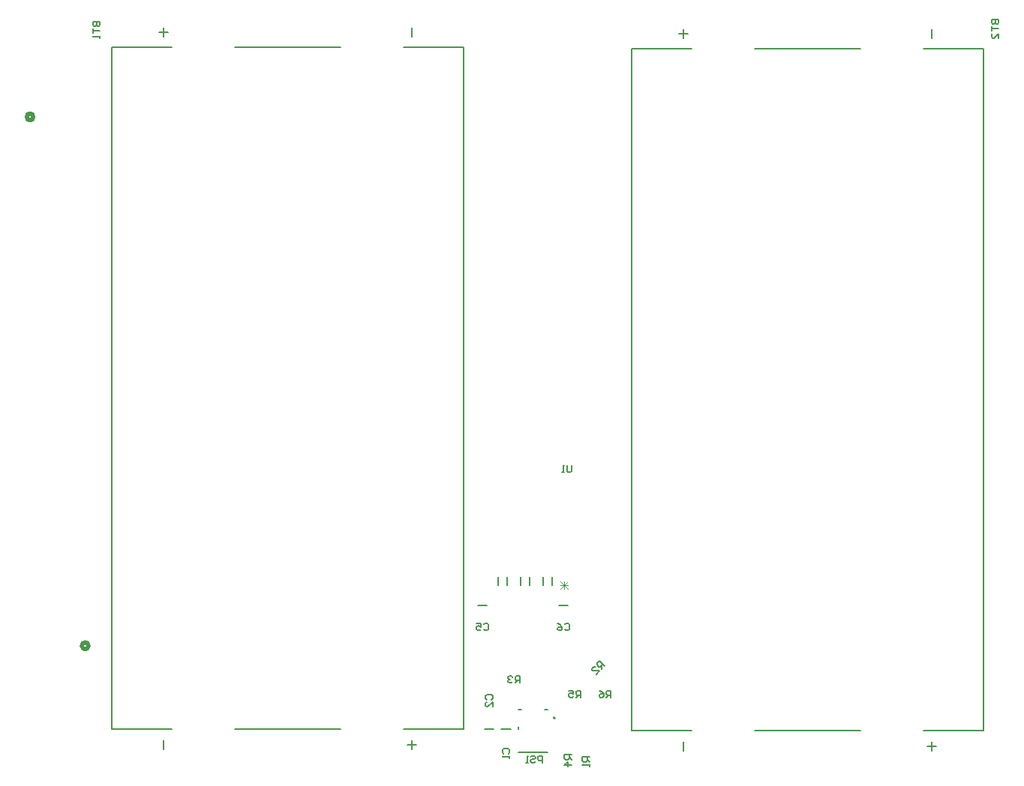
<source format=gbo>
G04*
G04 #@! TF.GenerationSoftware,Altium Limited,Altium Designer,25.8.1 (18)*
G04*
G04 Layer_Color=32896*
%FSLAX25Y25*%
%MOIN*%
G70*
G04*
G04 #@! TF.SameCoordinates,E1838567-EF02-44A7-8A02-23B903FEE0B8*
G04*
G04*
G04 #@! TF.FilePolarity,Positive*
G04*
G01*
G75*
%ADD10C,0.00600*%
%ADD11C,0.02000*%
%ADD13C,0.00787*%
%ADD15C,0.00500*%
%ADD17C,0.00630*%
%ADD18C,0.00300*%
D10*
X438400Y142694D02*
Y146195D01*
X428400Y142694D02*
Y146195D01*
X418400Y142694D02*
Y146195D01*
X434600Y142694D02*
Y146195D01*
X424600Y142694D02*
Y146195D01*
X414600Y142694D02*
Y146195D01*
D11*
X208000Y350886D02*
G03*
X208000Y350886I-1500J0D01*
G01*
X232500Y115594D02*
G03*
X232500Y115594I-1500J0D01*
G01*
D13*
X439843Y83433D02*
G03*
X439843Y83433I-394J0D01*
G01*
X415933Y78626D02*
X420067D01*
X408433D02*
X412567D01*
X405402Y133595D02*
X409535D01*
X441402D02*
X445535D01*
D15*
X496882Y69000D02*
Y72937D01*
X473693Y77740D02*
X500622D01*
X473693D02*
Y381126D01*
X494913Y387898D02*
X498850D01*
X496882Y385929D02*
Y389866D01*
X473693Y381126D02*
X500622D01*
X605150Y70969D02*
X609087D01*
X607118Y69000D02*
Y72937D01*
X603378Y77740D02*
X630307D01*
Y381126D01*
X528575Y77740D02*
X575425D01*
X528575Y381126D02*
X575425D01*
X603378D02*
X630307D01*
X607118Y385929D02*
Y389866D01*
X376118Y386622D02*
Y390559D01*
X372378Y381819D02*
X399307D01*
X297575D02*
X344425D01*
X297575Y78433D02*
X344425D01*
X399307D02*
Y381819D01*
X372378Y78433D02*
X399307D01*
X376118Y69693D02*
Y73630D01*
X374150Y71661D02*
X378087D01*
X242693Y78433D02*
X269622D01*
X242693Y381819D02*
X269622D01*
X265882Y386622D02*
Y390559D01*
X263913Y388591D02*
X267850D01*
X242693Y78433D02*
Y381819D01*
X265882Y69693D02*
Y73630D01*
X435098Y87154D02*
X436496D01*
X423504D02*
X424902D01*
X423504Y78591D02*
Y79516D01*
Y68098D02*
X436496D01*
D17*
X633808Y394289D02*
X636956D01*
Y392714D01*
X636431Y392190D01*
X635907D01*
X635382Y392714D01*
Y394289D01*
Y392714D01*
X634857Y392190D01*
X634332D01*
X633808Y392714D01*
Y394289D01*
Y391140D02*
Y389041D01*
Y390090D01*
X636956D01*
Y385892D02*
Y387991D01*
X634857Y385892D01*
X634332D01*
X633808Y386417D01*
Y387467D01*
X634332Y387991D01*
X234426Y393299D02*
X237574D01*
Y391725D01*
X237050Y391200D01*
X236525D01*
X236000Y391725D01*
Y393299D01*
Y391725D01*
X235475Y391200D01*
X234950D01*
X234426Y391725D01*
Y393299D01*
Y390151D02*
Y388052D01*
Y389101D01*
X237574D01*
Y387002D02*
Y385953D01*
Y386477D01*
X234426D01*
X234950Y387002D01*
X447099Y195964D02*
Y193340D01*
X446574Y192815D01*
X445525D01*
X445000Y193340D01*
Y195964D01*
X443951Y192815D02*
X442901D01*
X443426D01*
Y195964D01*
X443951Y195439D01*
X464624Y92552D02*
Y95700D01*
X463050D01*
X462525Y95175D01*
Y94126D01*
X463050Y93601D01*
X464624D01*
X463574D02*
X462525Y92552D01*
X459376Y95700D02*
X460426Y95175D01*
X461475Y94126D01*
Y93076D01*
X460951Y92552D01*
X459901D01*
X459376Y93076D01*
Y93601D01*
X459901Y94126D01*
X461475D01*
X451124Y92552D02*
Y95700D01*
X449549D01*
X449025Y95175D01*
Y94126D01*
X449549Y93601D01*
X451124D01*
X450074D02*
X449025Y92552D01*
X445876Y95700D02*
X447975D01*
Y94126D01*
X446926Y94651D01*
X446401D01*
X445876Y94126D01*
Y93076D01*
X446401Y92552D01*
X447450D01*
X447975Y93076D01*
X447074Y67092D02*
X443926D01*
Y65518D01*
X444451Y64993D01*
X445500D01*
X446025Y65518D01*
Y67092D01*
Y66043D02*
X447074Y64993D01*
Y62369D02*
X443926D01*
X445500Y63944D01*
Y61845D01*
X424124Y99052D02*
Y102200D01*
X422549D01*
X422025Y101675D01*
Y100626D01*
X422549Y100101D01*
X424124D01*
X423074D02*
X422025Y99052D01*
X420975Y101675D02*
X420450Y102200D01*
X419401D01*
X418876Y101675D01*
Y101151D01*
X419401Y100626D01*
X419926D01*
X419401D01*
X418876Y100101D01*
Y99576D01*
X419401Y99052D01*
X420450D01*
X420975Y99576D01*
X461832Y106680D02*
X459606Y108906D01*
X458493Y107793D01*
Y107051D01*
X459235Y106309D01*
X459977D01*
X461090Y107422D01*
X460348Y106680D02*
X460348Y105195D01*
X458122Y102969D02*
X459606Y104453D01*
X456638D01*
X456266Y104824D01*
Y105567D01*
X457009Y106309D01*
X457751D01*
X455074Y66075D02*
X451926D01*
Y64501D01*
X452451Y63976D01*
X453500D01*
X454025Y64501D01*
Y66075D01*
Y65026D02*
X455074Y63976D01*
Y62927D02*
Y61877D01*
Y62402D01*
X451926D01*
X452451Y62927D01*
X434173Y63552D02*
Y66700D01*
X432599D01*
X432074Y66176D01*
Y65126D01*
X432599Y64601D01*
X434173D01*
X428926Y66176D02*
X429451Y66700D01*
X430500D01*
X431025Y66176D01*
Y65651D01*
X430500Y65126D01*
X429451D01*
X428926Y64601D01*
Y64076D01*
X429451Y63552D01*
X430500D01*
X431025Y64076D01*
X427876Y63552D02*
X426827D01*
X427351D01*
Y66700D01*
X427876Y66176D01*
X444025Y125065D02*
X444550Y125590D01*
X445599D01*
X446124Y125065D01*
Y122966D01*
X445599Y122441D01*
X444550D01*
X444025Y122966D01*
X440876Y125590D02*
X441926Y125065D01*
X442975Y124016D01*
Y122966D01*
X442451Y122441D01*
X441401D01*
X440876Y122966D01*
Y123491D01*
X441401Y124016D01*
X442975D01*
X408025Y125065D02*
X408549Y125590D01*
X409599D01*
X410124Y125065D01*
Y122966D01*
X409599Y122441D01*
X408549D01*
X408025Y122966D01*
X404876Y125590D02*
X406975D01*
Y124016D01*
X405926Y124540D01*
X405401D01*
X404876Y124016D01*
Y122966D01*
X405401Y122441D01*
X406451D01*
X406975Y122966D01*
X409450Y91651D02*
X408926Y92176D01*
Y93225D01*
X409450Y93750D01*
X411550D01*
X412074Y93225D01*
Y92176D01*
X411550Y91651D01*
X412074Y88502D02*
Y90601D01*
X409975Y88502D01*
X409450D01*
X408926Y89027D01*
Y90076D01*
X409450Y90601D01*
X416951Y67626D02*
X416426Y68151D01*
Y69200D01*
X416951Y69725D01*
X419050D01*
X419574Y69200D01*
Y68151D01*
X419050Y67626D01*
X419574Y66576D02*
Y65527D01*
Y66052D01*
X416426D01*
X416951Y66576D01*
D18*
X445500Y144260D02*
X442168Y140928D01*
X445500D02*
X442168Y144260D01*
X445500Y142594D02*
X442168D01*
X443834Y140928D02*
Y144260D01*
M02*

</source>
